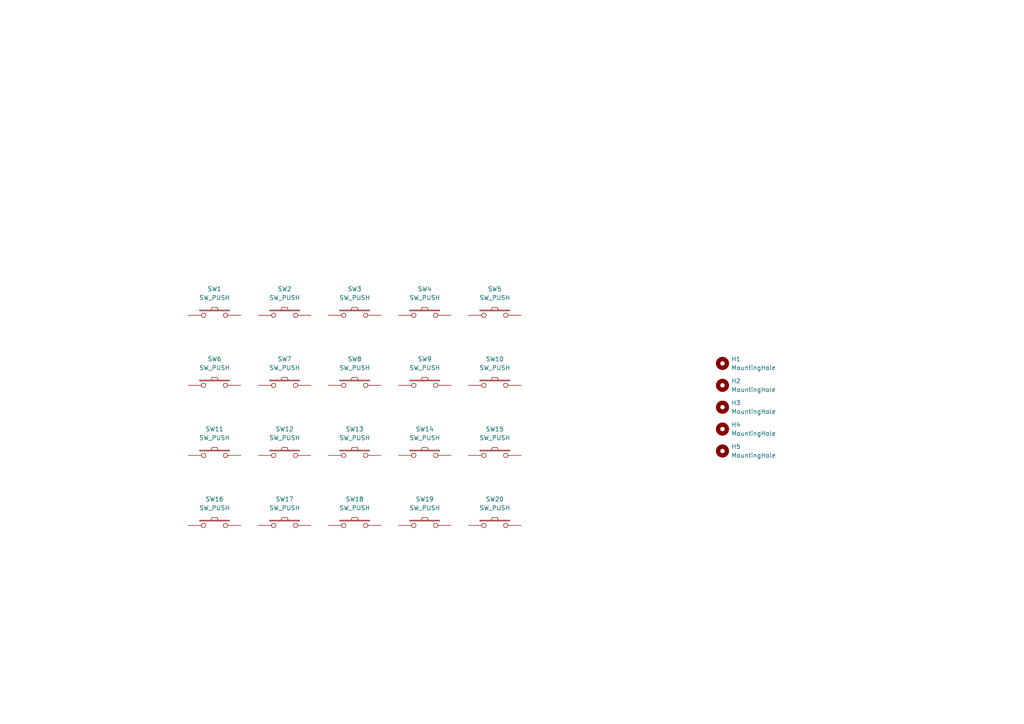
<source format=kicad_sch>
(kicad_sch (version 20211123) (generator eeschema)
  (paper "A4")
  (lib_symbols
    (symbol "Mechanical:MountingHole" (pin_names (offset 1.016))
      (property "Reference" "H" (at 0 5.08 0))
      (property "Value" "MountingHole" (at 0 3.175 0))
      (symbol "MountingHole_0_1"
        (circle (center 0 0) (radius 1.27) (stroke (width 1.27)))
      )
    )
    (symbol "kbd:SW_PUSH" (pin_numbers hide) (pin_names (offset 1.016) hide)
      (property "Reference" "SW" (at 3.81 2.794 0))
      (property "Value" "SW_PUSH" (at 0 -2.032 0))
      (symbol "SW_PUSH_0_1"
        (rectangle (start -4.318 1.27) (end 4.318 1.524))
        (polyline (pts (xy -1.016 1.524) (xy -0.762 2.286) (xy 0.762 2.286) (xy 1.016 1.524)))
        (pin passive inverted (at -7.62 0 0) (length 5.08) (name "1") (number "1"))
        (pin passive inverted (at 7.62 0 180) (length 5.08) (name "2") (number "2"))
      )
    )
  )
  (symbol (lib_id "Mechanical:MountingHole") (at 209.55 111.76 0) (unit 1)
    (property "Reference" "H2" (at 212.09 110.4899 0) (effects (justify left)))
    (property "Value" "MountingHole" (at 212.09 113.0299 0) (effects (justify left)))
    (property "Footprint" "kbd:M2_Hole_TH" (effects hide))
  )
  (symbol (lib_id "kbd:SW_PUSH") (at 82.55 111.76 0) (unit 1)
    (property "Reference" "SW7" (at 82.55 104.14 0))
    (property "Value" "SW_PUSH" (at 82.55 106.68 0))
    (property "Footprint" "kbd:SW_Hole" (effects hide))
  )
  (symbol (lib_id "kbd:SW_PUSH") (at 102.87 132.08 0) (unit 1)
    (property "Reference" "SW13" (at 102.87 124.46 0))
    (property "Value" "SW_PUSH" (at 102.87 127 0))
    (property "Footprint" "kbd:SW_Hole" (effects hide))
  )
  (symbol (lib_id "kbd:SW_PUSH") (at 62.23 111.76 0) (unit 1)
    (property "Reference" "SW6" (at 62.23 104.14 0))
    (property "Value" "SW_PUSH" (at 62.23 106.68 0))
    (property "Footprint" "kbd:SW_Hole" (effects hide))
  )
  (symbol (lib_id "Mechanical:MountingHole") (at 209.55 118.11 0) (unit 1)
    (property "Reference" "H3" (at 212.09 116.8399 0) (effects (justify left)))
    (property "Value" "MountingHole" (at 212.09 119.3799 0) (effects (justify left)))
    (property "Footprint" "kbd:M2_Hole_TH" (effects hide))
  )
  (symbol (lib_id "kbd:SW_PUSH") (at 82.55 91.44 0) (unit 1)
    (property "Reference" "SW2" (at 82.55 83.82 0))
    (property "Value" "SW_PUSH" (at 82.55 86.36 0))
    (property "Footprint" "kbd:SW_Hole" (effects hide))
  )
  (symbol (lib_id "kbd:SW_PUSH") (at 123.19 111.76 0) (unit 1)
    (property "Reference" "SW9" (at 123.19 104.14 0))
    (property "Value" "SW_PUSH" (at 123.19 106.68 0))
    (property "Footprint" "kbd:SW_Hole" (effects hide))
  )
  (symbol (lib_id "kbd:SW_PUSH") (at 123.19 91.44 0) (unit 1)
    (property "Reference" "SW4" (at 123.19 83.82 0))
    (property "Value" "SW_PUSH" (at 123.19 86.36 0))
    (property "Footprint" "kbd:SW_Hole" (effects hide))
  )
  (symbol (lib_id "kbd:SW_PUSH") (at 143.51 152.4 0) (unit 1)
    (property "Reference" "SW20" (at 143.51 144.78 0))
    (property "Value" "SW_PUSH" (at 143.51 147.32 0))
    (property "Footprint" "kbd:SW_Hole" (effects hide))
  )
  (symbol (lib_id "kbd:SW_PUSH") (at 82.55 132.08 0) (unit 1)
    (property "Reference" "SW12" (at 82.55 124.46 0))
    (property "Value" "SW_PUSH" (at 82.55 127 0))
    (property "Footprint" "kbd:SW_Hole" (effects hide))
  )
  (symbol (lib_id "Mechanical:MountingHole") (at 209.55 105.41 0) (unit 1)
    (property "Reference" "H1" (at 212.09 104.1399 0) (effects (justify left)))
    (property "Value" "MountingHole" (at 212.09 106.6799 0) (effects (justify left)))
    (property "Footprint" "kbd:M2_Hole_TH" (effects hide))
  )
  (symbol (lib_id "kbd:SW_PUSH") (at 123.19 152.4 0) (unit 1)
    (property "Reference" "SW19" (at 123.19 144.78 0))
    (property "Value" "SW_PUSH" (at 123.19 147.32 0))
    (property "Footprint" "kbd:SW_Hole" (effects hide))
  )
  (symbol (lib_id "kbd:SW_PUSH") (at 123.19 132.08 0) (unit 1)
    (property "Reference" "SW14" (at 123.19 124.46 0))
    (property "Value" "SW_PUSH" (at 123.19 127 0))
    (property "Footprint" "kbd:SW_Hole" (effects hide))
  )
  (symbol (lib_id "Mechanical:MountingHole") (at 209.55 130.81 0) (unit 1)
    (property "Reference" "H5" (at 212.09 129.5399 0) (effects (justify left)))
    (property "Value" "MountingHole" (at 212.09 132.0799 0) (effects (justify left)))
    (property "Footprint" "kbd:M2_Hole_TH" (effects hide))
  )
  (symbol (lib_id "kbd:SW_PUSH") (at 102.87 111.76 0) (unit 1)
    (property "Reference" "SW8" (at 102.87 104.14 0))
    (property "Value" "SW_PUSH" (at 102.87 106.68 0))
    (property "Footprint" "kbd:SW_Hole" (effects hide))
  )
  (symbol (lib_id "Mechanical:MountingHole") (at 209.55 124.46 0) (unit 1)
    (property "Reference" "H4" (at 212.09 123.1899 0) (effects (justify left)))
    (property "Value" "MountingHole" (at 212.09 125.7299 0) (effects (justify left)))
    (property "Footprint" "kbd:M2_Hole_TH" (effects hide))
  )
  (symbol (lib_id "kbd:SW_PUSH") (at 82.55 152.4 0) (unit 1)
    (property "Reference" "SW17" (at 82.55 144.78 0))
    (property "Value" "SW_PUSH" (at 82.55 147.32 0))
    (property "Footprint" "kbd:SW_Hole" (effects hide))
  )
  (symbol (lib_id "kbd:SW_PUSH") (at 62.23 152.4 0) (unit 1)
    (property "Reference" "SW16" (at 62.23 144.78 0))
    (property "Value" "SW_PUSH" (at 62.23 147.32 0))
    (property "Footprint" "kbd:SW_Hole" (effects hide))
  )
  (symbol (lib_id "kbd:SW_PUSH") (at 143.51 132.08 0) (unit 1)
    (property "Reference" "SW15" (at 143.51 124.46 0))
    (property "Value" "SW_PUSH" (at 143.51 127 0))
    (property "Footprint" "kbd:SW_Hole" (effects hide))
  )
  (symbol (lib_id "kbd:SW_PUSH") (at 102.87 91.44 0) (unit 1)
    (property "Reference" "SW3" (at 102.87 83.82 0))
    (property "Value" "SW_PUSH" (at 102.87 86.36 0))
    (property "Footprint" "kbd:SW_Hole" (effects hide))
  )
  (symbol (lib_id "kbd:SW_PUSH") (at 143.51 111.76 0) (unit 1)
    (property "Reference" "SW10" (at 143.51 104.14 0))
    (property "Value" "SW_PUSH" (at 143.51 106.68 0))
    (property "Footprint" "kbd:SW_Hole" (effects hide))
  )
  (symbol (lib_id "kbd:SW_PUSH") (at 102.87 152.4 0) (unit 1)
    (property "Reference" "SW18" (at 102.87 144.78 0))
    (property "Value" "SW_PUSH" (at 102.87 147.32 0))
    (property "Footprint" "kbd:SW_Hole" (effects hide))
  )
  (symbol (lib_id "kbd:SW_PUSH") (at 62.23 132.08 0) (unit 1)
    (property "Reference" "SW11" (at 62.23 124.46 0))
    (property "Value" "SW_PUSH" (at 62.23 127 0))
    (property "Footprint" "kbd:SW_Hole" (effects hide))
  )
  (symbol (lib_id "kbd:SW_PUSH") (at 62.23 91.44 0) (unit 1)
    (property "Reference" "SW1" (at 62.23 83.82 0))
    (property "Value" "SW_PUSH" (at 62.23 86.36 0))
    (property "Footprint" "kbd:SW_Hole" (effects hide))
  )
  (symbol (lib_id "kbd:SW_PUSH") (at 143.51 91.44 0) (unit 1)
    (property "Reference" "SW5" (at 143.51 83.82 0))
    (property "Value" "SW_PUSH" (at 143.51 86.36 0))
    (property "Footprint" "kbd:SW_Hole" (effects hide))
  )
)
</source>
